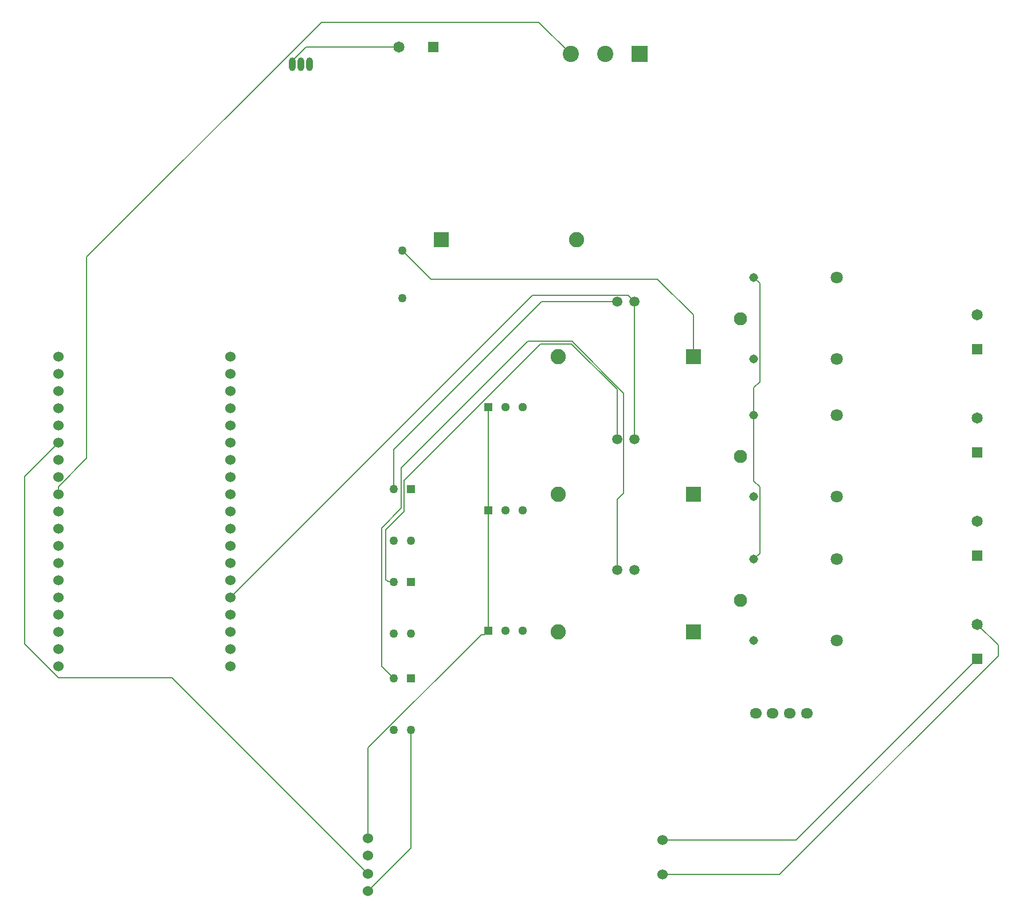
<source format=gbl>
G04*
G04 #@! TF.GenerationSoftware,Altium Limited,Altium Designer,25.5.2 (35)*
G04*
G04 Layer_Physical_Order=2*
G04 Layer_Color=16711680*
%FSLAX44Y44*%
%MOMM*%
G71*
G04*
G04 #@! TF.SameCoordinates,152D6A4D-AA4F-4EEC-A116-D63785992ADA*
G04*
G04*
G04 #@! TF.FilePolarity,Positive*
G04*
G01*
G75*
%ADD39C,1.9500*%
%ADD48C,0.1651*%
%ADD49R,1.2600X1.2600*%
%ADD50C,1.2600*%
%ADD51O,1.0000X2.0000*%
%ADD52O,1.0000X2.0000*%
%ADD53R,2.4000X2.4000*%
%ADD54C,1.6500*%
%ADD55C,2.2500*%
%ADD56R,1.2980X1.2980*%
%ADD57O,1.7780X1.5240*%
%ADD58C,1.5240*%
%ADD59R,2.2500X2.2500*%
%ADD60C,1.5000*%
%ADD61C,1.2980*%
%ADD62R,1.6500X1.6500*%
%ADD63C,2.4000*%
%ADD64C,1.3080*%
%ADD65C,1.8000*%
%ADD66R,1.6500X1.6500*%
%ADD67C,1.2580*%
D39*
X1032790Y326150D02*
D03*
Y538550D02*
D03*
Y741750D02*
D03*
D48*
X660400Y281500D02*
Y459300D01*
Y611700D01*
X654735Y275835D02*
X660400Y281500D01*
X650042Y275835D02*
X654735D01*
X482600Y108393D02*
X650042Y275835D01*
X482600Y-25400D02*
Y108393D01*
X391240Y1143000D02*
X528320D01*
X370840Y1122600D02*
X391240Y1143000D01*
X370840Y1117600D02*
Y1122600D01*
X532130Y462280D02*
Y521970D01*
X718820Y708660D02*
X783911D01*
X532130Y521970D02*
X718820Y708660D01*
X-24130Y261620D02*
X25400Y212090D01*
X-24130Y509270D02*
X25400Y558800D01*
X-24130Y261620D02*
Y509270D01*
X67310Y833120D02*
X414020Y1179830D01*
X67310Y536170D02*
Y833120D01*
X414020Y1179830D02*
X735330D01*
X782320Y1132840D01*
X25400Y494260D02*
X67310Y536170D01*
X25400Y482600D02*
Y494260D01*
X783911Y708660D02*
X860496Y632075D01*
X535940Y503184D02*
X737607Y704850D01*
X783590D02*
X850900Y637540D01*
X737607Y704850D02*
X783590D01*
X502920Y228600D02*
X520700Y210820D01*
X502920Y228600D02*
Y433070D01*
X532130Y462280D01*
X509270Y356567D02*
Y430530D01*
X535940Y457200D01*
X509270Y356567D02*
X511923Y353914D01*
X1061425Y649003D02*
Y794314D01*
X1052790Y802950D02*
X1061425Y794314D01*
X1052790Y640367D02*
X1061425Y649003D01*
X1052790Y502186D02*
Y599750D01*
Y640367D01*
Y502186D02*
X1061425Y493550D01*
X963100Y685800D02*
Y747590D01*
X910590Y800100D02*
X963100Y747590D01*
X576020Y800100D02*
X910590D01*
X1052790Y387350D02*
X1061425Y395985D01*
Y493550D01*
X533400Y842720D02*
X576020Y800100D01*
X546100Y-39370D02*
Y134620D01*
X482600Y-102870D02*
X546100Y-39370D01*
X25400Y212090D02*
X193040D01*
X482600Y-77470D01*
X279400Y330200D02*
X725875Y776675D01*
X866704D01*
X876300Y767080D01*
Y563880D02*
Y767080D01*
X535940Y457200D02*
Y503184D01*
X860496Y484677D02*
Y632075D01*
X850900Y475081D02*
X860496Y484677D01*
X850900Y370840D02*
Y475081D01*
X519846Y353914D02*
X520700Y353060D01*
X511923Y353914D02*
X519846D01*
X850900Y563880D02*
Y637540D01*
X739140Y767080D02*
X850900D01*
X520700Y548640D02*
X739140Y767080D01*
X520700Y490220D02*
Y548640D01*
X1414030Y244360D02*
Y259830D01*
X1383030Y290830D02*
X1414030Y259830D01*
X1115060Y-27940D02*
X1383030Y240030D01*
X918210Y-27940D02*
X1115060D01*
X1090930Y-78740D02*
X1414030Y244360D01*
X918210Y-78740D02*
X1090930D01*
D49*
X546100Y353060D02*
D03*
Y490220D02*
D03*
Y210820D02*
D03*
D50*
X520700Y353060D02*
D03*
Y276860D02*
D03*
X546100D02*
D03*
X520700Y490220D02*
D03*
Y414020D02*
D03*
X546100D02*
D03*
X520700Y210820D02*
D03*
Y134620D02*
D03*
X546100D02*
D03*
D51*
X396240Y1117600D02*
D03*
X370840D02*
D03*
D52*
X383540D02*
D03*
D53*
X883920Y1132840D02*
D03*
D54*
X528320Y1143000D02*
D03*
X1383030Y443230D02*
D03*
Y290830D02*
D03*
Y595630D02*
D03*
Y748030D02*
D03*
D55*
X790380Y858520D02*
D03*
X764100Y685800D02*
D03*
Y279400D02*
D03*
Y482600D02*
D03*
D56*
X660400Y611700D02*
D03*
Y459300D02*
D03*
Y281500D02*
D03*
D57*
X1105916Y159258D02*
D03*
X1130808D02*
D03*
X1080770D02*
D03*
X1056132D02*
D03*
D58*
X482600Y-25400D02*
D03*
X279400Y533400D02*
D03*
Y381000D02*
D03*
X482600Y-102870D02*
D03*
Y-77470D02*
D03*
Y-50800D02*
D03*
X918210Y-78740D02*
D03*
Y-27940D02*
D03*
X25400Y685800D02*
D03*
Y482600D02*
D03*
Y228600D02*
D03*
Y660400D02*
D03*
Y635000D02*
D03*
Y609600D02*
D03*
Y584200D02*
D03*
Y558800D02*
D03*
Y533400D02*
D03*
Y508000D02*
D03*
Y457200D02*
D03*
Y431800D02*
D03*
Y406400D02*
D03*
Y381000D02*
D03*
Y355600D02*
D03*
Y330200D02*
D03*
Y304800D02*
D03*
Y279400D02*
D03*
Y254000D02*
D03*
X279400Y660400D02*
D03*
Y635000D02*
D03*
Y584200D02*
D03*
Y558800D02*
D03*
Y609600D02*
D03*
Y685800D02*
D03*
Y228600D02*
D03*
Y355600D02*
D03*
Y406400D02*
D03*
Y431800D02*
D03*
Y457200D02*
D03*
Y482600D02*
D03*
Y508000D02*
D03*
Y254000D02*
D03*
Y279400D02*
D03*
Y304800D02*
D03*
Y330200D02*
D03*
D59*
X963100Y685800D02*
D03*
Y279400D02*
D03*
Y482600D02*
D03*
X591380Y858520D02*
D03*
D60*
X850900Y370840D02*
D03*
X876300D02*
D03*
X850900Y563880D02*
D03*
X876300D02*
D03*
X850900Y767080D02*
D03*
X876300D02*
D03*
D61*
X711200Y611700D02*
D03*
X685800D02*
D03*
X711200Y459300D02*
D03*
X685800D02*
D03*
X711200Y281500D02*
D03*
X685800D02*
D03*
D62*
X579120Y1143000D02*
D03*
D63*
X833120Y1132840D02*
D03*
X782320D02*
D03*
D64*
X1052790Y267350D02*
D03*
Y387350D02*
D03*
Y802950D02*
D03*
Y599750D02*
D03*
Y479750D02*
D03*
Y682950D02*
D03*
D65*
X1174790Y387350D02*
D03*
Y267350D02*
D03*
Y599750D02*
D03*
Y479750D02*
D03*
Y682950D02*
D03*
Y802950D02*
D03*
D66*
X1383030Y392430D02*
D03*
Y240030D02*
D03*
Y544830D02*
D03*
Y697230D02*
D03*
D67*
X533400Y842720D02*
D03*
Y772720D02*
D03*
M02*

</source>
